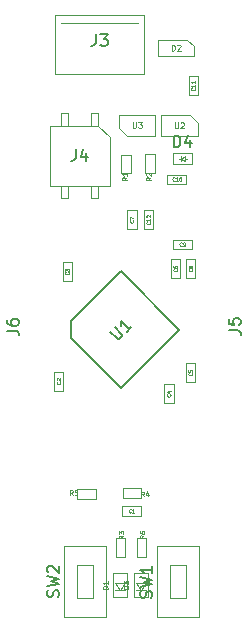
<source format=gbr>
G04 #@! TF.GenerationSoftware,KiCad,Pcbnew,no-vcs-found-91ed3e2~59~ubuntu16.04.1*
G04 #@! TF.CreationDate,2017-10-23T14:28:14-03:00*
G04 #@! TF.ProjectId,ciaa-z3r0,636961612D7A3372302E6B696361645F,rev?*
G04 #@! TF.SameCoordinates,Original*
G04 #@! TF.FileFunction,Other,Fab,Top*
%FSLAX46Y46*%
G04 Gerber Fmt 4.6, Leading zero omitted, Abs format (unit mm)*
G04 Created by KiCad (PCBNEW no-vcs-found-91ed3e2~59~ubuntu16.04.1) date Mon Oct 23 14:28:14 2017*
%MOMM*%
%LPD*%
G01*
G04 APERTURE LIST*
%ADD10C,0.100000*%
%ADD11C,0.150000*%
%ADD12C,0.075000*%
G04 APERTURE END LIST*
D10*
X126978000Y-111155000D02*
X128578000Y-111155000D01*
X128578000Y-111155000D02*
X128578000Y-111955000D01*
X128578000Y-111955000D02*
X126978000Y-111955000D01*
X126978000Y-111955000D02*
X126978000Y-111155000D01*
X121188000Y-99755000D02*
X121988000Y-99755000D01*
X121188000Y-101355000D02*
X121188000Y-99755000D01*
X121988000Y-101355000D02*
X121188000Y-101355000D01*
X121988000Y-99755000D02*
X121988000Y-101355000D01*
X121918000Y-92075000D02*
X121918000Y-90475000D01*
X121918000Y-90475000D02*
X122718000Y-90475000D01*
X122718000Y-90475000D02*
X122718000Y-92075000D01*
X122718000Y-92075000D02*
X121918000Y-92075000D01*
X130528000Y-102435000D02*
X130528000Y-100835000D01*
X130528000Y-100835000D02*
X131328000Y-100835000D01*
X131328000Y-100835000D02*
X131328000Y-102435000D01*
X131328000Y-102435000D02*
X130528000Y-102435000D01*
X133148000Y-100635000D02*
X132348000Y-100635000D01*
X133148000Y-99035000D02*
X133148000Y-100635000D01*
X132348000Y-99035000D02*
X133148000Y-99035000D01*
X132348000Y-100635000D02*
X132348000Y-99035000D01*
X131868000Y-91835000D02*
X131068000Y-91835000D01*
X131868000Y-90235000D02*
X131868000Y-91835000D01*
X131068000Y-90235000D02*
X131868000Y-90235000D01*
X131068000Y-91835000D02*
X131068000Y-90235000D01*
X127388000Y-87695000D02*
X127388000Y-86095000D01*
X127388000Y-86095000D02*
X128188000Y-86095000D01*
X128188000Y-86095000D02*
X128188000Y-87695000D01*
X128188000Y-87695000D02*
X127388000Y-87695000D01*
X133178000Y-91825000D02*
X132378000Y-91825000D01*
X133178000Y-90225000D02*
X133178000Y-91825000D01*
X132378000Y-90225000D02*
X133178000Y-90225000D01*
X132378000Y-91825000D02*
X132378000Y-90225000D01*
X131258000Y-88575000D02*
X132858000Y-88575000D01*
X132858000Y-88575000D02*
X132858000Y-89375000D01*
X132858000Y-89375000D02*
X131258000Y-89375000D01*
X131258000Y-89375000D02*
X131258000Y-88575000D01*
X130798000Y-83865000D02*
X130798000Y-83065000D01*
X132398000Y-83865000D02*
X130798000Y-83865000D01*
X132398000Y-83065000D02*
X132398000Y-83865000D01*
X130798000Y-83065000D02*
X132398000Y-83065000D01*
X133388000Y-76345000D02*
X132588000Y-76345000D01*
X133388000Y-74745000D02*
X133388000Y-76345000D01*
X132588000Y-74745000D02*
X133388000Y-74745000D01*
X132588000Y-76345000D02*
X132588000Y-74745000D01*
X128788000Y-87695000D02*
X128788000Y-86095000D01*
X128788000Y-86095000D02*
X129588000Y-86095000D01*
X129588000Y-86095000D02*
X129588000Y-87695000D01*
X129588000Y-87695000D02*
X128788000Y-87695000D01*
X126403001Y-118232500D02*
X127203001Y-118232500D01*
X126803001Y-118232500D02*
X126403001Y-117632500D01*
X127203001Y-117632500D02*
X126803001Y-118232500D01*
X126403001Y-117632500D02*
X127203001Y-117632500D01*
X127403001Y-116832500D02*
X127403001Y-118832500D01*
X126203001Y-116832500D02*
X127403001Y-116832500D01*
X126203001Y-118832500D02*
X126203001Y-116832500D01*
X127403001Y-118832500D02*
X126203001Y-118832500D01*
X132468000Y-71645000D02*
X130018000Y-71645000D01*
X133038000Y-72195000D02*
X133038000Y-73045000D01*
X132468000Y-71645000D02*
X133038000Y-72195000D01*
X133038000Y-73045000D02*
X129998000Y-73045000D01*
X129998000Y-71645000D02*
X129998000Y-73045000D01*
X129173001Y-118832500D02*
X127973001Y-118832500D01*
X127973001Y-118832500D02*
X127973001Y-116832500D01*
X127973001Y-116832500D02*
X129173001Y-116832500D01*
X129173001Y-116832500D02*
X129173001Y-118832500D01*
X128173001Y-117632500D02*
X128973001Y-117632500D01*
X128973001Y-117632500D02*
X128573001Y-118232500D01*
X128573001Y-118232500D02*
X128173001Y-117632500D01*
X128173001Y-118232500D02*
X128973001Y-118232500D01*
X132258000Y-81715000D02*
X132458000Y-81715000D01*
X131958000Y-81715000D02*
X131758000Y-81715000D01*
X131958000Y-81515000D02*
X131958000Y-81915000D01*
X132258000Y-81915000D02*
X132258000Y-81515000D01*
X131958000Y-81715000D02*
X132258000Y-81915000D01*
X132258000Y-81515000D02*
X131958000Y-81715000D01*
X131258000Y-82165000D02*
X131258000Y-81265000D01*
X132858000Y-82165000D02*
X131258000Y-82165000D01*
X132858000Y-81265000D02*
X132858000Y-82165000D01*
X131258000Y-81265000D02*
X132858000Y-81265000D01*
X121318000Y-69575000D02*
X128818000Y-69575000D01*
X121318000Y-74575000D02*
X121318000Y-69575000D01*
X128818000Y-74575000D02*
X121318000Y-74575000D01*
X128818000Y-69575000D02*
X128818000Y-74575000D01*
X128318000Y-70275000D02*
X121818000Y-70275000D01*
X120818000Y-84005000D02*
X120818000Y-78925000D01*
X125898000Y-79875000D02*
X125898000Y-84005000D01*
X120818000Y-78925000D02*
X124948000Y-78925000D01*
X124948000Y-78925000D02*
X125898000Y-79875000D01*
X125898000Y-84005000D02*
X120818000Y-84005000D01*
X124948000Y-78925000D02*
X124948000Y-77865000D01*
X124948000Y-77865000D02*
X124308000Y-77865000D01*
X124308000Y-77865000D02*
X124308000Y-78925000D01*
X124948000Y-84005000D02*
X124948000Y-85065000D01*
X124948000Y-85065000D02*
X124308000Y-85065000D01*
X124308000Y-85065000D02*
X124308000Y-84005000D01*
X122408000Y-78925000D02*
X122408000Y-77865000D01*
X122408000Y-77865000D02*
X121768000Y-77865000D01*
X121768000Y-77865000D02*
X121768000Y-78925000D01*
X122408000Y-84005000D02*
X122408000Y-85065000D01*
X122408000Y-85065000D02*
X121768000Y-85065000D01*
X121768000Y-85065000D02*
X121768000Y-84005000D01*
X127688000Y-81375000D02*
X127688000Y-82975000D01*
X127688000Y-82975000D02*
X126888000Y-82975000D01*
X126888000Y-82975000D02*
X126888000Y-81375000D01*
X126888000Y-81375000D02*
X127688000Y-81375000D01*
X128918000Y-81365000D02*
X129718000Y-81365000D01*
X128918000Y-82965000D02*
X128918000Y-81365000D01*
X129718000Y-82965000D02*
X128918000Y-82965000D01*
X129718000Y-81365000D02*
X129718000Y-82965000D01*
X127208000Y-115435000D02*
X126408000Y-115435000D01*
X127208000Y-113835000D02*
X127208000Y-115435000D01*
X126408000Y-113835000D02*
X127208000Y-113835000D01*
X126408000Y-115435000D02*
X126408000Y-113835000D01*
X126998000Y-109635000D02*
X128598000Y-109635000D01*
X128598000Y-109635000D02*
X128598000Y-110435000D01*
X128598000Y-110435000D02*
X126998000Y-110435000D01*
X126998000Y-110435000D02*
X126998000Y-109635000D01*
X124738000Y-109705000D02*
X124738000Y-110505000D01*
X123138000Y-109705000D02*
X124738000Y-109705000D01*
X123138000Y-110505000D02*
X123138000Y-109705000D01*
X124738000Y-110505000D02*
X123138000Y-110505000D01*
X128188000Y-115425000D02*
X128188000Y-113825000D01*
X128188000Y-113825000D02*
X128988000Y-113825000D01*
X128988000Y-113825000D02*
X128988000Y-115425000D01*
X128988000Y-115425000D02*
X128188000Y-115425000D01*
X132398000Y-118955000D02*
X130998000Y-118955000D01*
X132398000Y-116155000D02*
X132398000Y-118955000D01*
X130998000Y-116155000D02*
X132398000Y-116155000D01*
X130998000Y-118955000D02*
X130998000Y-116155000D01*
X129948000Y-120555000D02*
X129948000Y-114555000D01*
X133448000Y-120555000D02*
X129948000Y-120555000D01*
X133448000Y-114555000D02*
X133448000Y-120555000D01*
X129948000Y-114555000D02*
X133448000Y-114555000D01*
X122068000Y-114505000D02*
X125568000Y-114505000D01*
X125568000Y-114505000D02*
X125568000Y-120505000D01*
X125568000Y-120505000D02*
X122068000Y-120505000D01*
X122068000Y-120505000D02*
X122068000Y-114505000D01*
X123118000Y-118905000D02*
X123118000Y-116105000D01*
X123118000Y-116105000D02*
X124518000Y-116105000D01*
X124518000Y-116105000D02*
X124518000Y-118905000D01*
X124518000Y-118905000D02*
X123118000Y-118905000D01*
D11*
X122615359Y-96922107D02*
X122615359Y-95507893D01*
X126858000Y-101164747D02*
X122615359Y-96922107D01*
X131807747Y-96215000D02*
X126858000Y-101164747D01*
X126858000Y-91265253D02*
X131807747Y-96215000D01*
X122615359Y-95507893D02*
X126858000Y-91265253D01*
D10*
X132698000Y-78025000D02*
X133348000Y-78675000D01*
X133348000Y-79825000D02*
X133348000Y-78675000D01*
X132698000Y-78025000D02*
X130248000Y-78025000D01*
X130248000Y-79825000D02*
X130248000Y-78025000D01*
X133348000Y-79825000D02*
X130248000Y-79825000D01*
X127338000Y-79805000D02*
X126688000Y-79155000D01*
X126688000Y-78005000D02*
X126688000Y-79155000D01*
X127338000Y-79805000D02*
X129788000Y-79805000D01*
X129788000Y-78005000D02*
X129788000Y-79805000D01*
X126688000Y-78005000D02*
X129788000Y-78005000D01*
D12*
X127728000Y-111662142D02*
X127713714Y-111676428D01*
X127670857Y-111690714D01*
X127642285Y-111690714D01*
X127599428Y-111676428D01*
X127570857Y-111647857D01*
X127556571Y-111619285D01*
X127542285Y-111562142D01*
X127542285Y-111519285D01*
X127556571Y-111462142D01*
X127570857Y-111433571D01*
X127599428Y-111405000D01*
X127642285Y-111390714D01*
X127670857Y-111390714D01*
X127713714Y-111405000D01*
X127728000Y-111419285D01*
X128013714Y-111690714D02*
X127842285Y-111690714D01*
X127928000Y-111690714D02*
X127928000Y-111390714D01*
X127899428Y-111433571D01*
X127870857Y-111462142D01*
X127842285Y-111476428D01*
X121695142Y-100605000D02*
X121709428Y-100619285D01*
X121723714Y-100662142D01*
X121723714Y-100690714D01*
X121709428Y-100733571D01*
X121680857Y-100762142D01*
X121652285Y-100776428D01*
X121595142Y-100790714D01*
X121552285Y-100790714D01*
X121495142Y-100776428D01*
X121466571Y-100762142D01*
X121438000Y-100733571D01*
X121423714Y-100690714D01*
X121423714Y-100662142D01*
X121438000Y-100619285D01*
X121452285Y-100605000D01*
X121452285Y-100490714D02*
X121438000Y-100476428D01*
X121423714Y-100447857D01*
X121423714Y-100376428D01*
X121438000Y-100347857D01*
X121452285Y-100333571D01*
X121480857Y-100319285D01*
X121509428Y-100319285D01*
X121552285Y-100333571D01*
X121723714Y-100505000D01*
X121723714Y-100319285D01*
X122425142Y-91325000D02*
X122439428Y-91339285D01*
X122453714Y-91382142D01*
X122453714Y-91410714D01*
X122439428Y-91453571D01*
X122410857Y-91482142D01*
X122382285Y-91496428D01*
X122325142Y-91510714D01*
X122282285Y-91510714D01*
X122225142Y-91496428D01*
X122196571Y-91482142D01*
X122168000Y-91453571D01*
X122153714Y-91410714D01*
X122153714Y-91382142D01*
X122168000Y-91339285D01*
X122182285Y-91325000D01*
X122153714Y-91225000D02*
X122153714Y-91039285D01*
X122268000Y-91139285D01*
X122268000Y-91096428D01*
X122282285Y-91067857D01*
X122296571Y-91053571D01*
X122325142Y-91039285D01*
X122396571Y-91039285D01*
X122425142Y-91053571D01*
X122439428Y-91067857D01*
X122453714Y-91096428D01*
X122453714Y-91182142D01*
X122439428Y-91210714D01*
X122425142Y-91225000D01*
X131035142Y-101685000D02*
X131049428Y-101699285D01*
X131063714Y-101742142D01*
X131063714Y-101770714D01*
X131049428Y-101813571D01*
X131020857Y-101842142D01*
X130992285Y-101856428D01*
X130935142Y-101870714D01*
X130892285Y-101870714D01*
X130835142Y-101856428D01*
X130806571Y-101842142D01*
X130778000Y-101813571D01*
X130763714Y-101770714D01*
X130763714Y-101742142D01*
X130778000Y-101699285D01*
X130792285Y-101685000D01*
X130863714Y-101427857D02*
X131063714Y-101427857D01*
X130749428Y-101499285D02*
X130963714Y-101570714D01*
X130963714Y-101385000D01*
X132855142Y-99885000D02*
X132869428Y-99899285D01*
X132883714Y-99942142D01*
X132883714Y-99970714D01*
X132869428Y-100013571D01*
X132840857Y-100042142D01*
X132812285Y-100056428D01*
X132755142Y-100070714D01*
X132712285Y-100070714D01*
X132655142Y-100056428D01*
X132626571Y-100042142D01*
X132598000Y-100013571D01*
X132583714Y-99970714D01*
X132583714Y-99942142D01*
X132598000Y-99899285D01*
X132612285Y-99885000D01*
X132583714Y-99613571D02*
X132583714Y-99756428D01*
X132726571Y-99770714D01*
X132712285Y-99756428D01*
X132698000Y-99727857D01*
X132698000Y-99656428D01*
X132712285Y-99627857D01*
X132726571Y-99613571D01*
X132755142Y-99599285D01*
X132826571Y-99599285D01*
X132855142Y-99613571D01*
X132869428Y-99627857D01*
X132883714Y-99656428D01*
X132883714Y-99727857D01*
X132869428Y-99756428D01*
X132855142Y-99770714D01*
X131575142Y-91085000D02*
X131589428Y-91099285D01*
X131603714Y-91142142D01*
X131603714Y-91170714D01*
X131589428Y-91213571D01*
X131560857Y-91242142D01*
X131532285Y-91256428D01*
X131475142Y-91270714D01*
X131432285Y-91270714D01*
X131375142Y-91256428D01*
X131346571Y-91242142D01*
X131318000Y-91213571D01*
X131303714Y-91170714D01*
X131303714Y-91142142D01*
X131318000Y-91099285D01*
X131332285Y-91085000D01*
X131303714Y-90827857D02*
X131303714Y-90885000D01*
X131318000Y-90913571D01*
X131332285Y-90927857D01*
X131375142Y-90956428D01*
X131432285Y-90970714D01*
X131546571Y-90970714D01*
X131575142Y-90956428D01*
X131589428Y-90942142D01*
X131603714Y-90913571D01*
X131603714Y-90856428D01*
X131589428Y-90827857D01*
X131575142Y-90813571D01*
X131546571Y-90799285D01*
X131475142Y-90799285D01*
X131446571Y-90813571D01*
X131432285Y-90827857D01*
X131418000Y-90856428D01*
X131418000Y-90913571D01*
X131432285Y-90942142D01*
X131446571Y-90956428D01*
X131475142Y-90970714D01*
X127895142Y-86945000D02*
X127909428Y-86959285D01*
X127923714Y-87002142D01*
X127923714Y-87030714D01*
X127909428Y-87073571D01*
X127880857Y-87102142D01*
X127852285Y-87116428D01*
X127795142Y-87130714D01*
X127752285Y-87130714D01*
X127695142Y-87116428D01*
X127666571Y-87102142D01*
X127638000Y-87073571D01*
X127623714Y-87030714D01*
X127623714Y-87002142D01*
X127638000Y-86959285D01*
X127652285Y-86945000D01*
X127623714Y-86845000D02*
X127623714Y-86645000D01*
X127923714Y-86773571D01*
X132885142Y-91075000D02*
X132899428Y-91089285D01*
X132913714Y-91132142D01*
X132913714Y-91160714D01*
X132899428Y-91203571D01*
X132870857Y-91232142D01*
X132842285Y-91246428D01*
X132785142Y-91260714D01*
X132742285Y-91260714D01*
X132685142Y-91246428D01*
X132656571Y-91232142D01*
X132628000Y-91203571D01*
X132613714Y-91160714D01*
X132613714Y-91132142D01*
X132628000Y-91089285D01*
X132642285Y-91075000D01*
X132742285Y-90903571D02*
X132728000Y-90932142D01*
X132713714Y-90946428D01*
X132685142Y-90960714D01*
X132670857Y-90960714D01*
X132642285Y-90946428D01*
X132628000Y-90932142D01*
X132613714Y-90903571D01*
X132613714Y-90846428D01*
X132628000Y-90817857D01*
X132642285Y-90803571D01*
X132670857Y-90789285D01*
X132685142Y-90789285D01*
X132713714Y-90803571D01*
X132728000Y-90817857D01*
X132742285Y-90846428D01*
X132742285Y-90903571D01*
X132756571Y-90932142D01*
X132770857Y-90946428D01*
X132799428Y-90960714D01*
X132856571Y-90960714D01*
X132885142Y-90946428D01*
X132899428Y-90932142D01*
X132913714Y-90903571D01*
X132913714Y-90846428D01*
X132899428Y-90817857D01*
X132885142Y-90803571D01*
X132856571Y-90789285D01*
X132799428Y-90789285D01*
X132770857Y-90803571D01*
X132756571Y-90817857D01*
X132742285Y-90846428D01*
X132008000Y-89082142D02*
X131993714Y-89096428D01*
X131950857Y-89110714D01*
X131922285Y-89110714D01*
X131879428Y-89096428D01*
X131850857Y-89067857D01*
X131836571Y-89039285D01*
X131822285Y-88982142D01*
X131822285Y-88939285D01*
X131836571Y-88882142D01*
X131850857Y-88853571D01*
X131879428Y-88825000D01*
X131922285Y-88810714D01*
X131950857Y-88810714D01*
X131993714Y-88825000D01*
X132008000Y-88839285D01*
X132150857Y-89110714D02*
X132208000Y-89110714D01*
X132236571Y-89096428D01*
X132250857Y-89082142D01*
X132279428Y-89039285D01*
X132293714Y-88982142D01*
X132293714Y-88867857D01*
X132279428Y-88839285D01*
X132265142Y-88825000D01*
X132236571Y-88810714D01*
X132179428Y-88810714D01*
X132150857Y-88825000D01*
X132136571Y-88839285D01*
X132122285Y-88867857D01*
X132122285Y-88939285D01*
X132136571Y-88967857D01*
X132150857Y-88982142D01*
X132179428Y-88996428D01*
X132236571Y-88996428D01*
X132265142Y-88982142D01*
X132279428Y-88967857D01*
X132293714Y-88939285D01*
X131405142Y-83572142D02*
X131390857Y-83586428D01*
X131348000Y-83600714D01*
X131319428Y-83600714D01*
X131276571Y-83586428D01*
X131248000Y-83557857D01*
X131233714Y-83529285D01*
X131219428Y-83472142D01*
X131219428Y-83429285D01*
X131233714Y-83372142D01*
X131248000Y-83343571D01*
X131276571Y-83315000D01*
X131319428Y-83300714D01*
X131348000Y-83300714D01*
X131390857Y-83315000D01*
X131405142Y-83329285D01*
X131690857Y-83600714D02*
X131519428Y-83600714D01*
X131605142Y-83600714D02*
X131605142Y-83300714D01*
X131576571Y-83343571D01*
X131548000Y-83372142D01*
X131519428Y-83386428D01*
X131876571Y-83300714D02*
X131905142Y-83300714D01*
X131933714Y-83315000D01*
X131948000Y-83329285D01*
X131962285Y-83357857D01*
X131976571Y-83415000D01*
X131976571Y-83486428D01*
X131962285Y-83543571D01*
X131948000Y-83572142D01*
X131933714Y-83586428D01*
X131905142Y-83600714D01*
X131876571Y-83600714D01*
X131848000Y-83586428D01*
X131833714Y-83572142D01*
X131819428Y-83543571D01*
X131805142Y-83486428D01*
X131805142Y-83415000D01*
X131819428Y-83357857D01*
X131833714Y-83329285D01*
X131848000Y-83315000D01*
X131876571Y-83300714D01*
X133095142Y-75737857D02*
X133109428Y-75752142D01*
X133123714Y-75795000D01*
X133123714Y-75823571D01*
X133109428Y-75866428D01*
X133080857Y-75895000D01*
X133052285Y-75909285D01*
X132995142Y-75923571D01*
X132952285Y-75923571D01*
X132895142Y-75909285D01*
X132866571Y-75895000D01*
X132838000Y-75866428D01*
X132823714Y-75823571D01*
X132823714Y-75795000D01*
X132838000Y-75752142D01*
X132852285Y-75737857D01*
X133123714Y-75452142D02*
X133123714Y-75623571D01*
X133123714Y-75537857D02*
X132823714Y-75537857D01*
X132866571Y-75566428D01*
X132895142Y-75595000D01*
X132909428Y-75623571D01*
X133123714Y-75166428D02*
X133123714Y-75337857D01*
X133123714Y-75252142D02*
X132823714Y-75252142D01*
X132866571Y-75280714D01*
X132895142Y-75309285D01*
X132909428Y-75337857D01*
X129295142Y-87087857D02*
X129309428Y-87102142D01*
X129323714Y-87145000D01*
X129323714Y-87173571D01*
X129309428Y-87216428D01*
X129280857Y-87245000D01*
X129252285Y-87259285D01*
X129195142Y-87273571D01*
X129152285Y-87273571D01*
X129095142Y-87259285D01*
X129066571Y-87245000D01*
X129038000Y-87216428D01*
X129023714Y-87173571D01*
X129023714Y-87145000D01*
X129038000Y-87102142D01*
X129052285Y-87087857D01*
X129323714Y-86802142D02*
X129323714Y-86973571D01*
X129323714Y-86887857D02*
X129023714Y-86887857D01*
X129066571Y-86916428D01*
X129095142Y-86945000D01*
X129109428Y-86973571D01*
X129052285Y-86687857D02*
X129038000Y-86673571D01*
X129023714Y-86645000D01*
X129023714Y-86573571D01*
X129038000Y-86545000D01*
X129052285Y-86530714D01*
X129080857Y-86516428D01*
X129109428Y-86516428D01*
X129152285Y-86530714D01*
X129323714Y-86702142D01*
X129323714Y-86516428D01*
D10*
X125733953Y-118127738D02*
X125333953Y-118127738D01*
X125333953Y-118032500D01*
X125353001Y-117975357D01*
X125391096Y-117937261D01*
X125429191Y-117918214D01*
X125505381Y-117899166D01*
X125562524Y-117899166D01*
X125638715Y-117918214D01*
X125676810Y-117937261D01*
X125714905Y-117975357D01*
X125733953Y-118032500D01*
X125733953Y-118127738D01*
X125733953Y-117518214D02*
X125733953Y-117746785D01*
X125733953Y-117632500D02*
X125333953Y-117632500D01*
X125391096Y-117670595D01*
X125429191Y-117708690D01*
X125448239Y-117746785D01*
D12*
X131148952Y-72571190D02*
X131148952Y-72071190D01*
X131268000Y-72071190D01*
X131339428Y-72095000D01*
X131387047Y-72142619D01*
X131410857Y-72190238D01*
X131434666Y-72285476D01*
X131434666Y-72356904D01*
X131410857Y-72452142D01*
X131387047Y-72499761D01*
X131339428Y-72547380D01*
X131268000Y-72571190D01*
X131148952Y-72571190D01*
X131625142Y-72118809D02*
X131648952Y-72095000D01*
X131696571Y-72071190D01*
X131815619Y-72071190D01*
X131863238Y-72095000D01*
X131887047Y-72118809D01*
X131910857Y-72166428D01*
X131910857Y-72214047D01*
X131887047Y-72285476D01*
X131601333Y-72571190D01*
X131910857Y-72571190D01*
D10*
X127503953Y-118127738D02*
X127103953Y-118127738D01*
X127103953Y-118032500D01*
X127123001Y-117975357D01*
X127161096Y-117937261D01*
X127199191Y-117918214D01*
X127275381Y-117899166D01*
X127332524Y-117899166D01*
X127408715Y-117918214D01*
X127446810Y-117937261D01*
X127484905Y-117975357D01*
X127503953Y-118032500D01*
X127503953Y-118127738D01*
X127103953Y-117765833D02*
X127103953Y-117518214D01*
X127256334Y-117651547D01*
X127256334Y-117594404D01*
X127275381Y-117556309D01*
X127294429Y-117537261D01*
X127332524Y-117518214D01*
X127427762Y-117518214D01*
X127465858Y-117537261D01*
X127484905Y-117556309D01*
X127503953Y-117594404D01*
X127503953Y-117708690D01*
X127484905Y-117746785D01*
X127465858Y-117765833D01*
D11*
X131319904Y-80767380D02*
X131319904Y-79767380D01*
X131558000Y-79767380D01*
X131700857Y-79815000D01*
X131796095Y-79910238D01*
X131843714Y-80005476D01*
X131891333Y-80195952D01*
X131891333Y-80338809D01*
X131843714Y-80529285D01*
X131796095Y-80624523D01*
X131700857Y-80719761D01*
X131558000Y-80767380D01*
X131319904Y-80767380D01*
X132748476Y-80100714D02*
X132748476Y-80767380D01*
X132510380Y-79719761D02*
X132272285Y-80434047D01*
X132891333Y-80434047D01*
X124734666Y-71177380D02*
X124734666Y-71891666D01*
X124687047Y-72034523D01*
X124591809Y-72129761D01*
X124448952Y-72177380D01*
X124353714Y-72177380D01*
X125115619Y-71177380D02*
X125734666Y-71177380D01*
X125401333Y-71558333D01*
X125544190Y-71558333D01*
X125639428Y-71605952D01*
X125687047Y-71653571D01*
X125734666Y-71748809D01*
X125734666Y-71986904D01*
X125687047Y-72082142D01*
X125639428Y-72129761D01*
X125544190Y-72177380D01*
X125258476Y-72177380D01*
X125163238Y-72129761D01*
X125115619Y-72082142D01*
X123024666Y-80917380D02*
X123024666Y-81631666D01*
X122977047Y-81774523D01*
X122881809Y-81869761D01*
X122738952Y-81917380D01*
X122643714Y-81917380D01*
X123929428Y-81250714D02*
X123929428Y-81917380D01*
X123691333Y-80869761D02*
X123453238Y-81584047D01*
X124072285Y-81584047D01*
X135990380Y-96238333D02*
X136704666Y-96238333D01*
X136847523Y-96285952D01*
X136942761Y-96381190D01*
X136990380Y-96524047D01*
X136990380Y-96619285D01*
X135990380Y-95285952D02*
X135990380Y-95762142D01*
X136466571Y-95809761D01*
X136418952Y-95762142D01*
X136371333Y-95666904D01*
X136371333Y-95428809D01*
X136418952Y-95333571D01*
X136466571Y-95285952D01*
X136561809Y-95238333D01*
X136799904Y-95238333D01*
X136895142Y-95285952D01*
X136942761Y-95333571D01*
X136990380Y-95428809D01*
X136990380Y-95666904D01*
X136942761Y-95762142D01*
X136895142Y-95809761D01*
X117200380Y-96288333D02*
X117914666Y-96288333D01*
X118057523Y-96335952D01*
X118152761Y-96431190D01*
X118200380Y-96574047D01*
X118200380Y-96669285D01*
X117200380Y-95383571D02*
X117200380Y-95574047D01*
X117248000Y-95669285D01*
X117295619Y-95716904D01*
X117438476Y-95812142D01*
X117628952Y-95859761D01*
X118009904Y-95859761D01*
X118105142Y-95812142D01*
X118152761Y-95764523D01*
X118200380Y-95669285D01*
X118200380Y-95478809D01*
X118152761Y-95383571D01*
X118105142Y-95335952D01*
X118009904Y-95288333D01*
X117771809Y-95288333D01*
X117676571Y-95335952D01*
X117628952Y-95383571D01*
X117581333Y-95478809D01*
X117581333Y-95669285D01*
X117628952Y-95764523D01*
X117676571Y-95812142D01*
X117771809Y-95859761D01*
D12*
X127378952Y-83311666D02*
X127188476Y-83445000D01*
X127378952Y-83540238D02*
X126978952Y-83540238D01*
X126978952Y-83387857D01*
X126998000Y-83349761D01*
X127017047Y-83330714D01*
X127055142Y-83311666D01*
X127112285Y-83311666D01*
X127150380Y-83330714D01*
X127169428Y-83349761D01*
X127188476Y-83387857D01*
X127188476Y-83540238D01*
X127378952Y-82930714D02*
X127378952Y-83159285D01*
X127378952Y-83045000D02*
X126978952Y-83045000D01*
X127036095Y-83083095D01*
X127074190Y-83121190D01*
X127093238Y-83159285D01*
X129408952Y-83301666D02*
X129218476Y-83435000D01*
X129408952Y-83530238D02*
X129008952Y-83530238D01*
X129008952Y-83377857D01*
X129028000Y-83339761D01*
X129047047Y-83320714D01*
X129085142Y-83301666D01*
X129142285Y-83301666D01*
X129180380Y-83320714D01*
X129199428Y-83339761D01*
X129218476Y-83377857D01*
X129218476Y-83530238D01*
X129047047Y-83149285D02*
X129028000Y-83130238D01*
X129008952Y-83092142D01*
X129008952Y-82996904D01*
X129028000Y-82958809D01*
X129047047Y-82939761D01*
X129085142Y-82920714D01*
X129123238Y-82920714D01*
X129180380Y-82939761D01*
X129408952Y-83168333D01*
X129408952Y-82920714D01*
X127078952Y-113631666D02*
X126888476Y-113765000D01*
X127078952Y-113860238D02*
X126678952Y-113860238D01*
X126678952Y-113707857D01*
X126698000Y-113669761D01*
X126717047Y-113650714D01*
X126755142Y-113631666D01*
X126812285Y-113631666D01*
X126850380Y-113650714D01*
X126869428Y-113669761D01*
X126888476Y-113707857D01*
X126888476Y-113860238D01*
X126678952Y-113498333D02*
X126678952Y-113250714D01*
X126831333Y-113384047D01*
X126831333Y-113326904D01*
X126850380Y-113288809D01*
X126869428Y-113269761D01*
X126907523Y-113250714D01*
X127002761Y-113250714D01*
X127040857Y-113269761D01*
X127059904Y-113288809D01*
X127078952Y-113326904D01*
X127078952Y-113441190D01*
X127059904Y-113479285D01*
X127040857Y-113498333D01*
X128801333Y-110305952D02*
X128668000Y-110115476D01*
X128572761Y-110305952D02*
X128572761Y-109905952D01*
X128725142Y-109905952D01*
X128763238Y-109925000D01*
X128782285Y-109944047D01*
X128801333Y-109982142D01*
X128801333Y-110039285D01*
X128782285Y-110077380D01*
X128763238Y-110096428D01*
X128725142Y-110115476D01*
X128572761Y-110115476D01*
X129144190Y-110039285D02*
X129144190Y-110305952D01*
X129048952Y-109886904D02*
X128953714Y-110172619D01*
X129201333Y-110172619D01*
X122801333Y-110195952D02*
X122668000Y-110005476D01*
X122572761Y-110195952D02*
X122572761Y-109795952D01*
X122725142Y-109795952D01*
X122763238Y-109815000D01*
X122782285Y-109834047D01*
X122801333Y-109872142D01*
X122801333Y-109929285D01*
X122782285Y-109967380D01*
X122763238Y-109986428D01*
X122725142Y-110005476D01*
X122572761Y-110005476D01*
X123163238Y-109795952D02*
X122972761Y-109795952D01*
X122953714Y-109986428D01*
X122972761Y-109967380D01*
X123010857Y-109948333D01*
X123106095Y-109948333D01*
X123144190Y-109967380D01*
X123163238Y-109986428D01*
X123182285Y-110024523D01*
X123182285Y-110119761D01*
X123163238Y-110157857D01*
X123144190Y-110176904D01*
X123106095Y-110195952D01*
X123010857Y-110195952D01*
X122972761Y-110176904D01*
X122953714Y-110157857D01*
X128858952Y-113621666D02*
X128668476Y-113755000D01*
X128858952Y-113850238D02*
X128458952Y-113850238D01*
X128458952Y-113697857D01*
X128478000Y-113659761D01*
X128497047Y-113640714D01*
X128535142Y-113621666D01*
X128592285Y-113621666D01*
X128630380Y-113640714D01*
X128649428Y-113659761D01*
X128668476Y-113697857D01*
X128668476Y-113850238D01*
X128458952Y-113278809D02*
X128458952Y-113355000D01*
X128478000Y-113393095D01*
X128497047Y-113412142D01*
X128554190Y-113450238D01*
X128630380Y-113469285D01*
X128782761Y-113469285D01*
X128820857Y-113450238D01*
X128839904Y-113431190D01*
X128858952Y-113393095D01*
X128858952Y-113316904D01*
X128839904Y-113278809D01*
X128820857Y-113259761D01*
X128782761Y-113240714D01*
X128687523Y-113240714D01*
X128649428Y-113259761D01*
X128630380Y-113278809D01*
X128611333Y-113316904D01*
X128611333Y-113393095D01*
X128630380Y-113431190D01*
X128649428Y-113450238D01*
X128687523Y-113469285D01*
D11*
X129452761Y-118888333D02*
X129500380Y-118745476D01*
X129500380Y-118507380D01*
X129452761Y-118412142D01*
X129405142Y-118364523D01*
X129309904Y-118316904D01*
X129214666Y-118316904D01*
X129119428Y-118364523D01*
X129071809Y-118412142D01*
X129024190Y-118507380D01*
X128976571Y-118697857D01*
X128928952Y-118793095D01*
X128881333Y-118840714D01*
X128786095Y-118888333D01*
X128690857Y-118888333D01*
X128595619Y-118840714D01*
X128548000Y-118793095D01*
X128500380Y-118697857D01*
X128500380Y-118459761D01*
X128548000Y-118316904D01*
X128500380Y-117983571D02*
X129500380Y-117745476D01*
X128786095Y-117555000D01*
X129500380Y-117364523D01*
X128500380Y-117126428D01*
X129500380Y-116221666D02*
X129500380Y-116793095D01*
X129500380Y-116507380D02*
X128500380Y-116507380D01*
X128643238Y-116602619D01*
X128738476Y-116697857D01*
X128786095Y-116793095D01*
X121572761Y-118838333D02*
X121620380Y-118695476D01*
X121620380Y-118457380D01*
X121572761Y-118362142D01*
X121525142Y-118314523D01*
X121429904Y-118266904D01*
X121334666Y-118266904D01*
X121239428Y-118314523D01*
X121191809Y-118362142D01*
X121144190Y-118457380D01*
X121096571Y-118647857D01*
X121048952Y-118743095D01*
X121001333Y-118790714D01*
X120906095Y-118838333D01*
X120810857Y-118838333D01*
X120715619Y-118790714D01*
X120668000Y-118743095D01*
X120620380Y-118647857D01*
X120620380Y-118409761D01*
X120668000Y-118266904D01*
X120620380Y-117933571D02*
X121620380Y-117695476D01*
X120906095Y-117505000D01*
X121620380Y-117314523D01*
X120620380Y-117076428D01*
X120715619Y-116743095D02*
X120668000Y-116695476D01*
X120620380Y-116600238D01*
X120620380Y-116362142D01*
X120668000Y-116266904D01*
X120715619Y-116219285D01*
X120810857Y-116171666D01*
X120906095Y-116171666D01*
X121048952Y-116219285D01*
X121620380Y-116790714D01*
X121620380Y-116171666D01*
X125932026Y-96366522D02*
X126504446Y-96938942D01*
X126605461Y-96972614D01*
X126672805Y-96972614D01*
X126773820Y-96938942D01*
X126908507Y-96804255D01*
X126942179Y-96703240D01*
X126942179Y-96635896D01*
X126908507Y-96534881D01*
X126336087Y-95962461D01*
X127750301Y-95962461D02*
X127346240Y-96366522D01*
X127548270Y-96164492D02*
X126841164Y-95457385D01*
X126874835Y-95625744D01*
X126874835Y-95760431D01*
X126841164Y-95861446D01*
D12*
X131417047Y-78651190D02*
X131417047Y-79055952D01*
X131440857Y-79103571D01*
X131464666Y-79127380D01*
X131512285Y-79151190D01*
X131607523Y-79151190D01*
X131655142Y-79127380D01*
X131678952Y-79103571D01*
X131702761Y-79055952D01*
X131702761Y-78651190D01*
X131917047Y-78698809D02*
X131940857Y-78675000D01*
X131988476Y-78651190D01*
X132107523Y-78651190D01*
X132155142Y-78675000D01*
X132178952Y-78698809D01*
X132202761Y-78746428D01*
X132202761Y-78794047D01*
X132178952Y-78865476D01*
X131893238Y-79151190D01*
X132202761Y-79151190D01*
X127857047Y-78631190D02*
X127857047Y-79035952D01*
X127880857Y-79083571D01*
X127904666Y-79107380D01*
X127952285Y-79131190D01*
X128047523Y-79131190D01*
X128095142Y-79107380D01*
X128118952Y-79083571D01*
X128142761Y-79035952D01*
X128142761Y-78631190D01*
X128333238Y-78631190D02*
X128642761Y-78631190D01*
X128476095Y-78821666D01*
X128547523Y-78821666D01*
X128595142Y-78845476D01*
X128618952Y-78869285D01*
X128642761Y-78916904D01*
X128642761Y-79035952D01*
X128618952Y-79083571D01*
X128595142Y-79107380D01*
X128547523Y-79131190D01*
X128404666Y-79131190D01*
X128357047Y-79107380D01*
X128333238Y-79083571D01*
M02*

</source>
